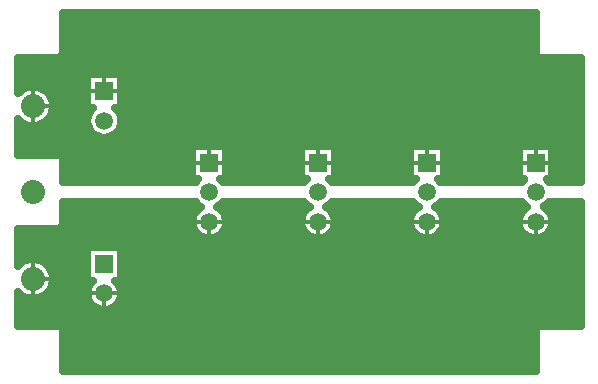
<source format=gbr>
G04 DipTrace 3.3.1.3*
G04 Top.gbr*
%MOIN*%
G04 #@! TF.FileFunction,Copper,L1,Top*
G04 #@! TF.Part,Single*
G04 #@! TA.AperFunction,CopperBalancing*
%ADD14C,0.025*%
%ADD16C,0.013*%
G04 #@! TA.AperFunction,ComponentPad*
%ADD18C,0.08*%
%ADD20R,0.05937X0.05937*%
%ADD21C,0.05937*%
%FSLAX26Y26*%
G04*
G70*
G90*
G75*
G01*
G04 Top*
%LPD*%
X215014Y1231381D2*
D14*
X1785007D1*
X215014Y1206512D2*
X1785007D1*
X215014Y1181644D2*
X1785007D1*
X215014Y1156775D2*
X1785007D1*
X215014Y1131906D2*
X1785007D1*
X206869Y1107037D2*
X1793117D1*
X65018Y1082169D2*
X1935003D1*
X65018Y1057300D2*
X1935003D1*
X65018Y1032431D2*
X291327D1*
X408681D2*
X1935003D1*
X65018Y1007562D2*
X91273D1*
X133701D2*
X291327D1*
X408681D2*
X1935003D1*
X168903Y982694D2*
X291327D1*
X408681D2*
X1935003D1*
X179991Y957825D2*
X291327D1*
X408681D2*
X1935003D1*
X180601Y932956D2*
X305789D1*
X394219D2*
X1935003D1*
X171127Y908087D2*
X292799D1*
X407210D2*
X1935003D1*
X65018Y883219D2*
X82482D1*
X142528D2*
X292619D1*
X407353D2*
X1935003D1*
X65018Y858350D2*
X305178D1*
X394794D2*
X1935003D1*
X65018Y833481D2*
X1935003D1*
X65018Y808612D2*
X641306D1*
X758696D2*
X1003808D1*
X1121197D2*
X1366310D1*
X1483699D2*
X1728812D1*
X1846201D2*
X1935003D1*
X65018Y783743D2*
X641306D1*
X758696D2*
X1003808D1*
X1121197D2*
X1366310D1*
X1483699D2*
X1728812D1*
X1846201D2*
X1935003D1*
X215014Y758875D2*
X641306D1*
X758696D2*
X1003808D1*
X1121197D2*
X1366310D1*
X1483699D2*
X1728812D1*
X1846201D2*
X1935003D1*
X215014Y734006D2*
X641306D1*
X758696D2*
X1003808D1*
X1121197D2*
X1366310D1*
X1483699D2*
X1728812D1*
X1846201D2*
X1935003D1*
X215014Y709137D2*
X641306D1*
X758696D2*
X1003808D1*
X1121197D2*
X1366310D1*
X1483699D2*
X1728812D1*
X1846201D2*
X1935003D1*
X645652Y812435D2*
X756185D1*
Y700065D1*
X737045D1*
X742723Y694314D1*
X745146Y691242D1*
X1017335Y691250D1*
X1022772Y697553D1*
X1025492Y700069D1*
X1006315Y700065D1*
Y812435D1*
X1118685D1*
Y700065D1*
X1099545D1*
X1105223Y694314D1*
X1107646Y691242D1*
X1379836Y691250D1*
X1385272Y697553D1*
X1387992Y700069D1*
X1368815Y700065D1*
Y812435D1*
X1481185D1*
Y700065D1*
X1462045D1*
X1467723Y694314D1*
X1470146Y691242D1*
X1742339Y691250D1*
X1747772Y697553D1*
X1750492Y700069D1*
X1731315Y700065D1*
Y812435D1*
X1843685D1*
Y700065D1*
X1824545D1*
X1830223Y694314D1*
X1832646Y691242D1*
X1937476Y691250D1*
X1937500Y1106238D1*
X1798045Y1106404D1*
X1795217Y1107201D1*
X1792652Y1108637D1*
X1790495Y1110632D1*
X1788862Y1113075D1*
X1787845Y1115831D1*
X1787500Y1118754D1*
Y1256222D1*
X212520Y1256250D1*
X212346Y1116795D1*
X211549Y1113967D1*
X210113Y1111402D1*
X208118Y1109245D1*
X205675Y1107612D1*
X202919Y1106595D1*
X199996Y1106250D1*
X62528D1*
X62500Y987594D1*
X67958Y993129D1*
X73676Y997741D1*
X79867Y1001692D1*
X86457Y1004938D1*
X93364Y1007438D1*
X100504Y1009159D1*
X107791Y1010083D1*
X115136Y1010198D1*
X122449Y1009502D1*
X129639Y1008003D1*
X136621Y1005721D1*
X143308Y1002683D1*
X149621Y998926D1*
X155479Y994495D1*
X160814Y989446D1*
X165558Y983838D1*
X169656Y977742D1*
X173056Y971232D1*
X175718Y964385D1*
X177608Y957287D1*
X178703Y950024D1*
X178975Y941913D1*
X178366Y934593D1*
X176955Y927384D1*
X174757Y920376D1*
X171799Y913652D1*
X168118Y907296D1*
X163759Y901384D1*
X158773Y895990D1*
X153223Y891178D1*
X147177Y887007D1*
X140707Y883528D1*
X133894Y880785D1*
X126819Y878810D1*
X119570Y877627D1*
X112234Y877250D1*
X104902Y877686D1*
X97661Y878927D1*
X90602Y880959D1*
X83811Y883757D1*
X77370Y887287D1*
X71357Y891506D1*
X65845Y896362D1*
X62496Y899919D1*
X62500Y781259D1*
X201955Y781096D1*
X204783Y780299D1*
X207348Y778863D1*
X209505Y776868D1*
X211138Y774425D1*
X212155Y771669D1*
X212500Y768746D1*
Y691276D1*
X654832Y691250D1*
X660272Y697553D1*
X662992Y700069D1*
X643815Y700065D1*
Y812435D1*
X645652D1*
X295652Y1049935D2*
X406185D1*
Y937565D1*
X387045D1*
X392723Y931814D1*
X397906Y924682D1*
X401908Y916826D1*
X404633Y908440D1*
X406012Y899733D1*
Y890917D1*
X404633Y882209D1*
X401908Y873823D1*
X397906Y865968D1*
X392723Y858835D1*
X386490Y852602D1*
X379357Y847419D1*
X371501Y843417D1*
X363115Y840692D1*
X354408Y839313D1*
X345592D1*
X336885Y840692D1*
X328499Y843417D1*
X320643Y847419D1*
X313510Y852602D1*
X307277Y858835D1*
X302094Y865968D1*
X298092Y873823D1*
X295367Y882209D1*
X293988Y890917D1*
Y899733D1*
X295367Y908440D1*
X298092Y916826D1*
X302094Y924682D1*
X307277Y931814D1*
X312992Y937569D1*
X293815Y937565D1*
Y1049935D1*
X295652D1*
X700000Y812400D2*
D16*
Y756250D1*
X643850D2*
X756150D1*
X1425000Y812400D2*
Y756250D1*
X1368850D2*
X1481150D1*
X1787500Y812400D2*
Y756250D1*
X1731350D2*
X1843650D1*
X1062500Y812400D2*
Y756250D1*
X1006350D2*
X1118650D1*
X350000Y1049900D2*
Y993750D1*
X293850D2*
X406150D1*
X112500Y1010215D2*
Y877285D1*
Y943750D2*
X178965D1*
X215014Y601381D2*
D14*
X660146D1*
X739856D2*
X1022647D1*
X1102358D2*
X1385150D1*
X1464824D2*
X1747651D1*
X1827327D2*
X1935003D1*
X215014Y576512D2*
X643997D1*
X756004D2*
X1006499D1*
X1118505D2*
X1369001D1*
X1481008D2*
X1731467D1*
X1843510D2*
X1935003D1*
X215014Y551644D2*
X641844D1*
X758157D2*
X1004346D1*
X1120659D2*
X1366848D1*
X1483161D2*
X1729350D1*
X1845663D2*
X1935003D1*
X65018Y526775D2*
X651748D1*
X748253D2*
X1014251D1*
X1110755D2*
X1376752D1*
X1473257D2*
X1739255D1*
X1835759D2*
X1935003D1*
X65018Y501906D2*
X1935003D1*
X65018Y477037D2*
X1935003D1*
X65018Y452169D2*
X291327D1*
X408681D2*
X1935003D1*
X65018Y427300D2*
X78462D1*
X146547D2*
X291327D1*
X408681D2*
X1935003D1*
X172348Y402431D2*
X291327D1*
X408681D2*
X1935003D1*
X180924Y377562D2*
X291327D1*
X408681D2*
X1935003D1*
X179525Y352694D2*
X301591D1*
X398417D2*
X1935003D1*
X167432Y327825D2*
X291829D1*
X408178D2*
X1935003D1*
X65018Y302956D2*
X100352D1*
X124657D2*
X294055D1*
X405917D2*
X1935003D1*
X65018Y278087D2*
X310454D1*
X389555D2*
X1935003D1*
X65018Y253219D2*
X1935003D1*
X65018Y228350D2*
X1935003D1*
X214081Y203481D2*
X1785940D1*
X215014Y178612D2*
X1785007D1*
X215014Y153743D2*
X1785007D1*
X215014Y128875D2*
X1785007D1*
X215014Y104006D2*
X1785007D1*
X215014Y79137D2*
X1785007D1*
X178975Y366913D2*
X178366Y359593D1*
X176955Y352384D1*
X174757Y345376D1*
X171799Y338652D1*
X168118Y332296D1*
X163759Y326384D1*
X158773Y320990D1*
X153223Y316178D1*
X147177Y312007D1*
X140707Y308528D1*
X133894Y305785D1*
X126819Y303810D1*
X119570Y302627D1*
X112234Y302250D1*
X104902Y302686D1*
X97661Y303927D1*
X90602Y305959D1*
X83811Y308757D1*
X77370Y312287D1*
X71357Y316506D1*
X65845Y321362D1*
X62496Y324919D1*
X62500Y211259D1*
X201955Y211096D1*
X204783Y210299D1*
X207348Y208863D1*
X209505Y206868D1*
X211138Y204425D1*
X212155Y201669D1*
X212500Y198750D1*
Y61278D1*
X1787480Y61250D1*
X1787654Y200705D1*
X1788451Y203533D1*
X1789887Y206098D1*
X1791882Y208255D1*
X1794325Y209888D1*
X1797081Y210905D1*
X1800000Y211250D1*
X1937472D1*
X1937500Y626238D1*
X1833987Y626250D1*
X1830223Y621335D1*
X1823990Y615102D1*
X1816857Y609919D1*
X1814556Y608631D1*
X1820043Y605200D1*
X1825739Y600565D1*
X1830781Y595225D1*
X1835084Y589274D1*
X1838575Y582813D1*
X1841192Y575951D1*
X1842892Y568806D1*
X1843646Y561502D1*
X1843415Y553897D1*
X1842219Y546650D1*
X1840089Y539623D1*
X1837060Y532932D1*
X1833185Y526695D1*
X1828529Y521015D1*
X1823172Y515991D1*
X1817206Y511709D1*
X1810732Y508242D1*
X1803861Y505649D1*
X1796711Y503974D1*
X1789403Y503247D1*
X1782063Y503478D1*
X1774816Y504665D1*
X1767785Y506787D1*
X1761092Y509808D1*
X1754849Y513677D1*
X1749164Y518325D1*
X1744134Y523677D1*
X1739845Y529637D1*
X1736370Y536107D1*
X1733769Y542974D1*
X1732087Y550124D1*
X1731349Y557430D1*
X1731572Y564771D1*
X1732751Y572019D1*
X1734865Y579052D1*
X1737877Y585750D1*
X1741738Y591997D1*
X1746381Y597687D1*
X1751726Y602724D1*
X1757681Y607019D1*
X1760400Y608611D1*
X1754475Y612371D1*
X1747772Y618096D1*
X1742046Y624800D1*
X1741079Y626247D1*
X1471484Y626250D1*
X1467723Y621335D1*
X1461490Y615102D1*
X1454357Y609919D1*
X1452056Y608631D1*
X1457543Y605200D1*
X1463239Y600565D1*
X1468281Y595225D1*
X1472584Y589274D1*
X1476075Y582813D1*
X1478692Y575951D1*
X1480392Y568806D1*
X1481146Y561502D1*
X1480915Y553897D1*
X1479719Y546650D1*
X1477589Y539623D1*
X1474560Y532932D1*
X1470685Y526695D1*
X1466029Y521015D1*
X1460672Y515991D1*
X1454706Y511709D1*
X1448232Y508242D1*
X1441361Y505649D1*
X1434211Y503974D1*
X1426903Y503247D1*
X1419563Y503478D1*
X1412316Y504665D1*
X1405285Y506787D1*
X1398592Y509808D1*
X1392349Y513677D1*
X1386664Y518325D1*
X1381634Y523677D1*
X1377345Y529637D1*
X1373870Y536107D1*
X1371269Y542974D1*
X1369587Y550124D1*
X1368849Y557430D1*
X1369072Y564771D1*
X1370251Y572019D1*
X1372365Y579052D1*
X1375377Y585750D1*
X1379238Y591997D1*
X1383881Y597687D1*
X1389226Y602724D1*
X1395181Y607019D1*
X1397900Y608611D1*
X1391975Y612371D1*
X1385272Y618096D1*
X1379546Y624800D1*
X1378579Y626247D1*
X1108983Y626250D1*
X1105223Y621335D1*
X1098990Y615102D1*
X1091857Y609919D1*
X1089556Y608631D1*
X1095043Y605200D1*
X1100739Y600565D1*
X1105781Y595225D1*
X1110084Y589274D1*
X1113575Y582813D1*
X1116192Y575951D1*
X1117892Y568806D1*
X1118646Y561502D1*
X1118415Y553897D1*
X1117219Y546650D1*
X1115089Y539623D1*
X1112060Y532932D1*
X1108185Y526695D1*
X1103529Y521015D1*
X1098172Y515991D1*
X1092206Y511709D1*
X1085732Y508242D1*
X1078861Y505649D1*
X1071711Y503974D1*
X1064403Y503247D1*
X1057063Y503478D1*
X1049816Y504665D1*
X1042785Y506787D1*
X1036092Y509808D1*
X1029849Y513677D1*
X1024164Y518325D1*
X1019134Y523677D1*
X1014845Y529637D1*
X1011370Y536107D1*
X1008769Y542974D1*
X1007087Y550124D1*
X1006349Y557430D1*
X1006572Y564771D1*
X1007751Y572019D1*
X1009865Y579052D1*
X1012877Y585750D1*
X1016738Y591997D1*
X1021381Y597687D1*
X1026726Y602724D1*
X1032681Y607019D1*
X1035400Y608611D1*
X1029475Y612371D1*
X1022772Y618096D1*
X1017046Y624800D1*
X1016079Y626247D1*
X746480Y626250D1*
X742723Y621335D1*
X736490Y615102D1*
X729357Y609919D1*
X727056Y608631D1*
X732543Y605200D1*
X738239Y600565D1*
X743281Y595225D1*
X747584Y589274D1*
X751075Y582813D1*
X753692Y575951D1*
X755392Y568806D1*
X756146Y561502D1*
X755915Y553897D1*
X754719Y546650D1*
X752589Y539623D1*
X749560Y532932D1*
X745685Y526695D1*
X741029Y521015D1*
X735672Y515991D1*
X729706Y511709D1*
X723232Y508242D1*
X716361Y505649D1*
X709211Y503974D1*
X701903Y503247D1*
X694563Y503478D1*
X687316Y504665D1*
X680285Y506787D1*
X673592Y509808D1*
X667349Y513677D1*
X661664Y518325D1*
X656634Y523677D1*
X652345Y529637D1*
X648870Y536107D1*
X646269Y542974D1*
X644587Y550124D1*
X643849Y557430D1*
X644072Y564771D1*
X645251Y572019D1*
X647365Y579052D1*
X650377Y585750D1*
X654238Y591997D1*
X658881Y597687D1*
X664226Y602724D1*
X670181Y607019D1*
X672900Y608611D1*
X666975Y612371D1*
X660272Y618096D1*
X654546Y624800D1*
X653579Y626247D1*
X212524Y626250D1*
X212346Y546795D1*
X211549Y543967D1*
X210113Y541402D1*
X208118Y539245D1*
X205675Y537612D1*
X202919Y536595D1*
X200000Y536250D1*
X62528D1*
X62500Y412569D1*
X67958Y418129D1*
X73676Y422741D1*
X79867Y426692D1*
X86457Y429938D1*
X93364Y432438D1*
X100504Y434159D1*
X107791Y435083D1*
X115136Y435198D1*
X122449Y434502D1*
X129639Y433003D1*
X136621Y430721D1*
X143308Y427683D1*
X149621Y423926D1*
X155479Y419495D1*
X160814Y414446D1*
X165558Y408838D1*
X169656Y402742D1*
X173056Y396232D1*
X175718Y389385D1*
X177608Y382287D1*
X178703Y375024D1*
X178975Y366913D1*
X303001Y474935D2*
X406185D1*
Y362565D1*
X387059D1*
X392087Y357547D1*
X396583Y351740D1*
X400282Y345394D1*
X403122Y338623D1*
X405055Y331537D1*
X406047Y324262D1*
X406064Y316653D1*
X405108Y309372D1*
X403207Y302278D1*
X400399Y295493D1*
X396730Y289131D1*
X392262Y283302D1*
X387072Y278107D1*
X381249Y273632D1*
X374892Y269955D1*
X368110Y267138D1*
X361018Y265230D1*
X353738Y264264D1*
X346394Y264255D1*
X339112Y265205D1*
X332016Y267096D1*
X325227Y269896D1*
X318861Y273558D1*
X313028Y278019D1*
X307825Y283203D1*
X303344Y289020D1*
X299659Y295373D1*
X296835Y302153D1*
X294919Y309242D1*
X293944Y316520D1*
X293927Y323864D1*
X294867Y331148D1*
X296749Y338246D1*
X299542Y345039D1*
X303197Y351409D1*
X307651Y357247D1*
X312954Y362562D1*
X293815Y362565D1*
Y474935D1*
X303001D1*
X112500Y435215D2*
D16*
Y302285D1*
Y368750D2*
X178965D1*
X700000Y559400D2*
Y503250D1*
X643850Y559400D2*
X756150D1*
X1425000D2*
Y503250D1*
X1368850Y559400D2*
X1481150D1*
X1787500D2*
Y503250D1*
X1731350Y559400D2*
X1843650D1*
X1062500D2*
Y503250D1*
X1006350Y559400D2*
X1118650D1*
X350000Y320325D2*
Y264175D1*
X293850Y320325D2*
X406150D1*
D18*
X112500Y368750D3*
Y658750D3*
D20*
X700000Y756250D3*
D21*
Y657825D3*
Y559400D3*
D20*
X1425000Y756250D3*
D21*
Y657825D3*
Y559400D3*
D20*
X1787500Y756250D3*
D21*
Y657825D3*
Y559400D3*
D20*
X1062500Y756250D3*
D21*
Y657825D3*
Y559400D3*
D20*
X350000Y993750D3*
D21*
Y895325D3*
D20*
Y418750D3*
D21*
Y320325D3*
D18*
X112500Y943750D3*
M02*

</source>
